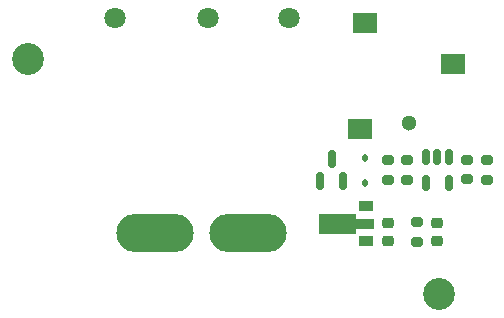
<source format=gbr>
%TF.GenerationSoftware,KiCad,Pcbnew,(7.0.0-0)*%
%TF.CreationDate,2023-02-27T23:59:31-08:00*%
%TF.ProjectId,DEMI_Buffer,44454d49-5f42-4756-9666-65722e6b6963,rev?*%
%TF.SameCoordinates,Original*%
%TF.FileFunction,Soldermask,Bot*%
%TF.FilePolarity,Negative*%
%FSLAX46Y46*%
G04 Gerber Fmt 4.6, Leading zero omitted, Abs format (unit mm)*
G04 Created by KiCad (PCBNEW (7.0.0-0)) date 2023-02-27 23:59:31*
%MOMM*%
%LPD*%
G01*
G04 APERTURE LIST*
G04 Aperture macros list*
%AMRoundRect*
0 Rectangle with rounded corners*
0 $1 Rounding radius*
0 $2 $3 $4 $5 $6 $7 $8 $9 X,Y pos of 4 corners*
0 Add a 4 corners polygon primitive as box body*
4,1,4,$2,$3,$4,$5,$6,$7,$8,$9,$2,$3,0*
0 Add four circle primitives for the rounded corners*
1,1,$1+$1,$2,$3*
1,1,$1+$1,$4,$5*
1,1,$1+$1,$6,$7*
1,1,$1+$1,$8,$9*
0 Add four rect primitives between the rounded corners*
20,1,$1+$1,$2,$3,$4,$5,0*
20,1,$1+$1,$4,$5,$6,$7,0*
20,1,$1+$1,$6,$7,$8,$9,0*
20,1,$1+$1,$8,$9,$2,$3,0*%
%AMFreePoly0*
4,1,9,3.862500,-0.866500,0.737500,-0.866500,0.737500,-0.450000,-0.737500,-0.450000,-0.737500,0.450000,0.737500,0.450000,0.737500,0.866500,3.862500,0.866500,3.862500,-0.866500,3.862500,-0.866500,$1*%
G04 Aperture macros list end*
%ADD10C,2.700000*%
%ADD11C,1.300000*%
%ADD12R,2.100000X1.800000*%
%ADD13RoundRect,0.200000X-0.275000X0.200000X-0.275000X-0.200000X0.275000X-0.200000X0.275000X0.200000X0*%
%ADD14RoundRect,0.200000X0.275000X-0.200000X0.275000X0.200000X-0.275000X0.200000X-0.275000X-0.200000X0*%
%ADD15R,1.300000X0.900000*%
%ADD16FreePoly0,180.000000*%
%ADD17RoundRect,0.112500X0.112500X-0.187500X0.112500X0.187500X-0.112500X0.187500X-0.112500X-0.187500X0*%
%ADD18RoundRect,0.150000X0.150000X-0.587500X0.150000X0.587500X-0.150000X0.587500X-0.150000X-0.587500X0*%
%ADD19RoundRect,0.150000X-0.150000X0.512500X-0.150000X-0.512500X0.150000X-0.512500X0.150000X0.512500X0*%
%ADD20RoundRect,0.225000X0.250000X-0.225000X0.250000X0.225000X-0.250000X0.225000X-0.250000X-0.225000X0*%
%ADD21O,6.540000X3.270000*%
%ADD22C,1.800000*%
%ADD23RoundRect,0.225000X-0.250000X0.225000X-0.250000X-0.225000X0.250000X-0.225000X0.250000X0.225000X0*%
G04 APERTURE END LIST*
D10*
%TO.C,REF\u002A\u002A*%
X112522000Y-91821000D03*
%TD*%
%TO.C,REF\u002A\u002A*%
X147320000Y-111760000D03*
%TD*%
D11*
%TO.C,J1*%
X144780000Y-97210000D03*
D12*
X141029999Y-88809999D03*
X140629999Y-97709999D03*
X148529999Y-92209999D03*
%TD*%
D13*
%TO.C,R4*%
X144653000Y-100394000D03*
X144653000Y-102044000D03*
%TD*%
D14*
%TO.C,R1*%
X151384000Y-102044000D03*
X151384000Y-100394000D03*
%TD*%
%TO.C,R2*%
X149733000Y-102018600D03*
X149733000Y-100368600D03*
%TD*%
D15*
%TO.C,U2*%
X141141999Y-104265599D03*
D16*
X141054500Y-105765600D03*
D15*
X141141999Y-107265599D03*
%TD*%
D17*
%TO.C,D1*%
X141097000Y-102303000D03*
X141097000Y-100203000D03*
%TD*%
D18*
%TO.C,Q1*%
X139187000Y-102156500D03*
X137287000Y-102156500D03*
X138237000Y-100281500D03*
%TD*%
D13*
%TO.C,R3*%
X143002000Y-100394000D03*
X143002000Y-102044000D03*
%TD*%
D19*
%TO.C,U3*%
X146243000Y-100081500D03*
X147193000Y-100081500D03*
X148143000Y-100081500D03*
X148143000Y-102356500D03*
X146243000Y-102356500D03*
%TD*%
D20*
%TO.C,C2*%
X143002000Y-107251800D03*
X143002000Y-105701800D03*
%TD*%
D13*
%TO.C,R5*%
X145491200Y-105651800D03*
X145491200Y-107301800D03*
%TD*%
D21*
%TO.C,J2*%
X131190999Y-106552999D03*
X123290999Y-106552999D03*
D22*
X134631000Y-88313000D03*
X119851000Y-88313000D03*
X127771000Y-88313000D03*
%TD*%
D23*
%TO.C,C1*%
X147116800Y-105701800D03*
X147116800Y-107251800D03*
%TD*%
M02*

</source>
